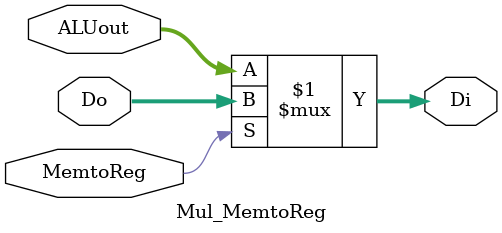
<source format=v>
module Mul_MemtoReg (
    input [31:0] Do,
    input [31:0] ALUout,

    //control signal
    input MemtoReg,


    output [31:0] Di //写入数据
);

assign Di = MemtoReg? Do : ALUout;


endmodule
</source>
